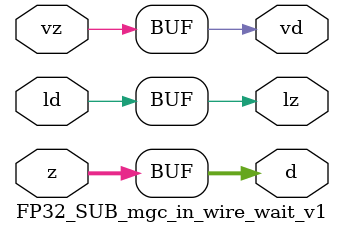
<source format=v>
module FP32_SUB_mgc_in_wire_wait_v1 (ld, vd, d, lz, vz, z);
  parameter integer rscid = 1;
  parameter integer width = 8;
  input ld;
  output vd;
  output [width-1:0] d;
  output lz;
  input vz;
  input [width-1:0] z;
  wire vd;
  wire [width-1:0] d;
  wire lz;
  assign d = z;
  assign lz = ld;
  assign vd = vz;
endmodule
</source>
